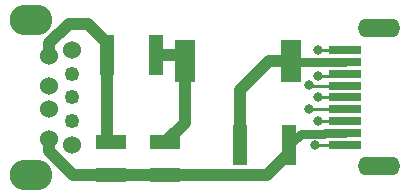
<source format=gbr>
G04 #@! TF.GenerationSoftware,KiCad,Pcbnew,(5.0.0-rc2-110-g9edfd25)*
G04 #@! TF.CreationDate,2018-06-15T17:42:50-07:00*
G04 #@! TF.ProjectId,USB-Power-Cleaner,5553422D506F7765722D436C65616E65,rev?*
G04 #@! TF.SameCoordinates,Original*
G04 #@! TF.FileFunction,Copper,L1,Top,Signal*
G04 #@! TF.FilePolarity,Positive*
%FSLAX46Y46*%
G04 Gerber Fmt 4.6, Leading zero omitted, Abs format (unit mm)*
G04 Created by KiCad (PCBNEW (5.0.0-rc2-110-g9edfd25)) date Friday, June 15, 2018 at 05:42:50 PM*
%MOMM*%
%LPD*%
G01*
G04 APERTURE LIST*
G04 #@! TA.AperFunction,SMDPad,CuDef*
%ADD10R,1.250000X3.400000*%
G04 #@! TD*
G04 #@! TA.AperFunction,SMDPad,CuDef*
%ADD11R,2.650000X1.250000*%
G04 #@! TD*
G04 #@! TA.AperFunction,ComponentPad*
%ADD12C,1.250000*%
G04 #@! TD*
G04 #@! TA.AperFunction,ComponentPad*
%ADD13C,1.524000*%
G04 #@! TD*
G04 #@! TA.AperFunction,ComponentPad*
%ADD14O,3.600000X2.600000*%
G04 #@! TD*
G04 #@! TA.AperFunction,SMDPad,CuDef*
%ADD15R,2.780000X0.800000*%
G04 #@! TD*
G04 #@! TA.AperFunction,ComponentPad*
%ADD16O,3.600000X1.600000*%
G04 #@! TD*
G04 #@! TA.AperFunction,SMDPad,CuDef*
%ADD17R,1.800000X3.600000*%
G04 #@! TD*
G04 #@! TA.AperFunction,ViaPad*
%ADD18C,0.800000*%
G04 #@! TD*
G04 #@! TA.AperFunction,Conductor*
%ADD19C,1.000000*%
G04 #@! TD*
G04 #@! TA.AperFunction,Conductor*
%ADD20C,0.800000*%
G04 #@! TD*
G04 #@! TA.AperFunction,Conductor*
%ADD21C,0.250000*%
G04 #@! TD*
G04 APERTURE END LIST*
D10*
G04 #@! TO.P,C1,1*
G04 #@! TO.N,Net-(C1-Pad1)*
X186690000Y-91694000D03*
G04 #@! TO.P,C1,2*
G04 #@! TO.N,GND*
X190840000Y-91694000D03*
G04 #@! TD*
D11*
G04 #@! TO.P,C2,1*
G04 #@! TO.N,Net-(C2-Pad1)*
X180340000Y-91440000D03*
G04 #@! TO.P,C2,2*
G04 #@! TO.N,GND*
X180340000Y-94240000D03*
G04 #@! TD*
G04 #@! TO.P,C3,2*
G04 #@! TO.N,GND*
X175768000Y-94240000D03*
G04 #@! TO.P,C3,1*
G04 #@! TO.N,Net-(C3-Pad1)*
X175768000Y-91440000D03*
G04 #@! TD*
D12*
G04 #@! TO.P,J1,7*
G04 #@! TO.N,Net-(J1-Pad7)*
X172458000Y-87630000D03*
G04 #@! TO.P,J1,8*
G04 #@! TO.N,Net-(J1-Pad8)*
X172458000Y-85630000D03*
D13*
G04 #@! TO.P,J1,9*
G04 #@! TO.N,Net-(J1-Pad9)*
X172458000Y-83630000D03*
D12*
G04 #@! TO.P,J1,6*
G04 #@! TO.N,Net-(J1-Pad6)*
X172458000Y-89630000D03*
D13*
G04 #@! TO.P,J1,5*
G04 #@! TO.N,Net-(J1-Pad5)*
X172458000Y-91630000D03*
G04 #@! TO.P,J1,1*
G04 #@! TO.N,Net-(C3-Pad1)*
X170458000Y-84130000D03*
G04 #@! TO.P,J1,2*
G04 #@! TO.N,Net-(J1-Pad2)*
X170458000Y-86630000D03*
G04 #@! TO.P,J1,3*
G04 #@! TO.N,Net-(J1-Pad3)*
X170458000Y-88630000D03*
G04 #@! TO.P,J1,4*
G04 #@! TO.N,GND*
X170458000Y-91130000D03*
D14*
G04 #@! TO.P,J1,10*
G04 #@! TO.N,Net-(J1-Pad10)*
X168958000Y-94200000D03*
X168958000Y-81060000D03*
G04 #@! TD*
D15*
G04 #@! TO.P,J2,7*
G04 #@! TO.N,Net-(J1-Pad7)*
X195580000Y-87630000D03*
G04 #@! TO.P,J2,2*
G04 #@! TO.N,Net-(J1-Pad2)*
X195580000Y-86630000D03*
G04 #@! TO.P,J2,8*
G04 #@! TO.N,Net-(J1-Pad8)*
X195580000Y-85630000D03*
G04 #@! TO.P,J2,1*
G04 #@! TO.N,Net-(C1-Pad1)*
X195580000Y-84630000D03*
G04 #@! TO.P,J2,3*
G04 #@! TO.N,Net-(J1-Pad3)*
X195580000Y-88630000D03*
G04 #@! TO.P,J2,6*
G04 #@! TO.N,Net-(J1-Pad6)*
X195580000Y-89630000D03*
G04 #@! TO.P,J2,4*
G04 #@! TO.N,GND*
X195580000Y-90630000D03*
G04 #@! TO.P,J2,9*
G04 #@! TO.N,Net-(J1-Pad9)*
X195580000Y-83630000D03*
G04 #@! TO.P,J2,5*
G04 #@! TO.N,Net-(J1-Pad5)*
X195580000Y-91630000D03*
D16*
G04 #@! TO.P,J2,10*
G04 #@! TO.N,Net-(J1-Pad10)*
X198420000Y-81780000D03*
X198420000Y-93480000D03*
G04 #@! TD*
D17*
G04 #@! TO.P,L1,1*
G04 #@! TO.N,Net-(C1-Pad1)*
X191000000Y-84582000D03*
G04 #@! TO.P,L1,2*
G04 #@! TO.N,Net-(C2-Pad1)*
X182000000Y-84582000D03*
G04 #@! TD*
D10*
G04 #@! TO.P,L2,1*
G04 #@! TO.N,Net-(C3-Pad1)*
X175428000Y-84074000D03*
G04 #@! TO.P,L2,2*
G04 #@! TO.N,Net-(C2-Pad1)*
X179578000Y-84074000D03*
G04 #@! TD*
D18*
G04 #@! TO.N,Net-(J1-Pad7)*
X193294000Y-87630008D03*
G04 #@! TO.N,Net-(J1-Pad8)*
X193294000Y-85852000D03*
G04 #@! TO.N,Net-(J1-Pad9)*
X193294000Y-83630000D03*
G04 #@! TO.N,Net-(J1-Pad6)*
X193294000Y-89662000D03*
G04 #@! TO.N,Net-(J1-Pad5)*
X193040000Y-91694000D03*
G04 #@! TO.N,Net-(J1-Pad2)*
X192532000Y-86614000D03*
G04 #@! TO.N,Net-(J1-Pad3)*
X192531990Y-88646000D03*
G04 #@! TD*
D19*
G04 #@! TO.N,Net-(C1-Pad1)*
X186690000Y-91635000D02*
X186690000Y-92710000D01*
D20*
X191048000Y-84630000D02*
X195580000Y-84630000D01*
D19*
X191000000Y-84582000D02*
X191048000Y-84630000D01*
X186690000Y-88994000D02*
X186690000Y-91694000D01*
X186690000Y-86992000D02*
X186690000Y-88994000D01*
X189100000Y-84582000D02*
X186690000Y-86992000D01*
X191000000Y-84582000D02*
X189100000Y-84582000D01*
G04 #@! TO.N,GND*
X173443000Y-94240000D02*
X175768000Y-94240000D01*
X172490370Y-94240000D02*
X173443000Y-94240000D01*
X170458000Y-92207630D02*
X172490370Y-94240000D01*
X170458000Y-91130000D02*
X170458000Y-92207630D01*
X175768000Y-94240000D02*
X180340000Y-94240000D01*
X190840000Y-92370000D02*
X190840000Y-91694000D01*
X188976000Y-94234000D02*
X190840000Y-92370000D01*
X188300000Y-94234000D02*
X188976000Y-94234000D01*
X188294000Y-94240000D02*
X188300000Y-94234000D01*
X180340000Y-94240000D02*
X188294000Y-94240000D01*
D20*
X193774002Y-90693998D02*
X191840002Y-90693998D01*
X193838000Y-90630000D02*
X193774002Y-90693998D01*
X191840002Y-90693998D02*
X190840000Y-91694000D01*
X195580000Y-90630000D02*
X193838000Y-90630000D01*
D19*
G04 #@! TO.N,Net-(C2-Pad1)*
X181492000Y-84074000D02*
X182000000Y-84582000D01*
X179578000Y-84074000D02*
X181492000Y-84074000D01*
X182000000Y-89780000D02*
X180340000Y-91440000D01*
X182000000Y-84582000D02*
X182000000Y-89780000D01*
G04 #@! TO.N,Net-(C3-Pad1)*
X175428000Y-82999000D02*
X175428000Y-84074000D01*
X173803000Y-81374000D02*
X175428000Y-82999000D01*
X172136370Y-81374000D02*
X173803000Y-81374000D01*
X170458000Y-83052370D02*
X172136370Y-81374000D01*
X170458000Y-84130000D02*
X170458000Y-83052370D01*
X175428000Y-91100000D02*
X175768000Y-91440000D01*
X175428000Y-84074000D02*
X175428000Y-91100000D01*
D21*
G04 #@! TO.N,Net-(J1-Pad7)*
X195580000Y-87630000D02*
X193294008Y-87630000D01*
X193294008Y-87630000D02*
X193294000Y-87630008D01*
G04 #@! TO.N,Net-(J1-Pad8)*
X195358000Y-85852000D02*
X195580000Y-85630000D01*
X193294000Y-85852000D02*
X195358000Y-85852000D01*
G04 #@! TO.N,Net-(J1-Pad9)*
X193294000Y-83630000D02*
X195580000Y-83630000D01*
G04 #@! TO.N,Net-(J1-Pad6)*
X193326000Y-89630000D02*
X193294000Y-89662000D01*
X195580000Y-89630000D02*
X193326000Y-89630000D01*
G04 #@! TO.N,Net-(J1-Pad5)*
X193104000Y-91630000D02*
X193040000Y-91694000D01*
X195580000Y-91630000D02*
X193104000Y-91630000D01*
G04 #@! TO.N,Net-(J1-Pad2)*
X195580000Y-86630000D02*
X192548000Y-86630000D01*
X192548000Y-86630000D02*
X192532000Y-86614000D01*
G04 #@! TO.N,Net-(J1-Pad3)*
X195580000Y-88630000D02*
X192547990Y-88630000D01*
X192547990Y-88630000D02*
X192531990Y-88646000D01*
G04 #@! TD*
M02*

</source>
